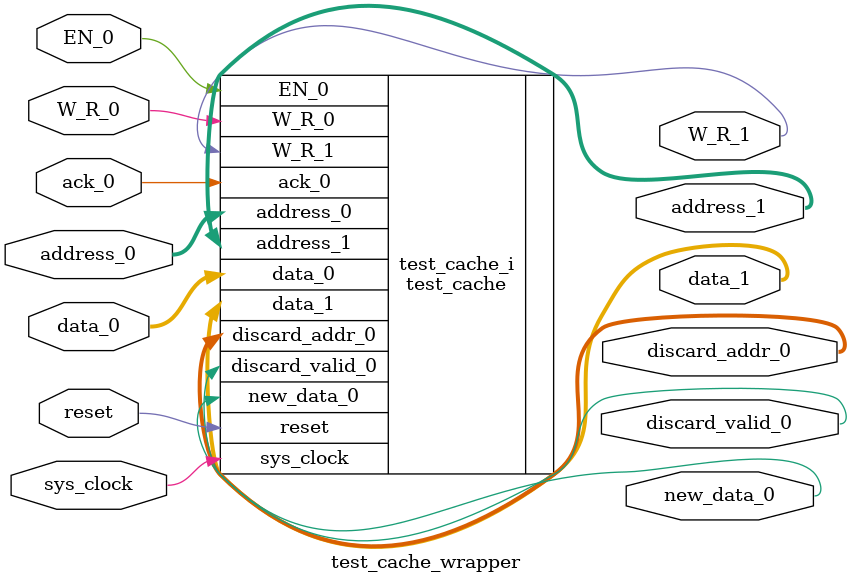
<source format=v>
`timescale 1 ps / 1 ps

module test_cache_wrapper
   (EN_0,
    W_R_0,
    W_R_1,
    ack_0,
    address_0,
    address_1,
    data_0,
    data_1,
    discard_addr_0,
    discard_valid_0,
    new_data_0,
    reset,
    sys_clock);
  input EN_0;
  input W_R_0;
  output W_R_1;
  input ack_0;
  input [31:0]address_0;
  output [31:0]address_1;
  input [31:0]data_0;
  output [31:0]data_1;
  output [31:0]discard_addr_0;
  output discard_valid_0;
  output new_data_0;
  input reset;
  input sys_clock;

  wire EN_0;
  wire W_R_0;
  wire W_R_1;
  wire ack_0;
  wire [31:0]address_0;
  wire [31:0]address_1;
  wire [31:0]data_0;
  wire [31:0]data_1;
  wire [31:0]discard_addr_0;
  wire discard_valid_0;
  wire new_data_0;
  wire reset;
  wire sys_clock;

  test_cache test_cache_i
       (.EN_0(EN_0),
        .W_R_0(W_R_0),
        .W_R_1(W_R_1),
        .ack_0(ack_0),
        .address_0(address_0),
        .address_1(address_1),
        .data_0(data_0),
        .data_1(data_1),
        .discard_addr_0(discard_addr_0),
        .discard_valid_0(discard_valid_0),
        .new_data_0(new_data_0),
        .reset(reset),
        .sys_clock(sys_clock));
endmodule

</source>
